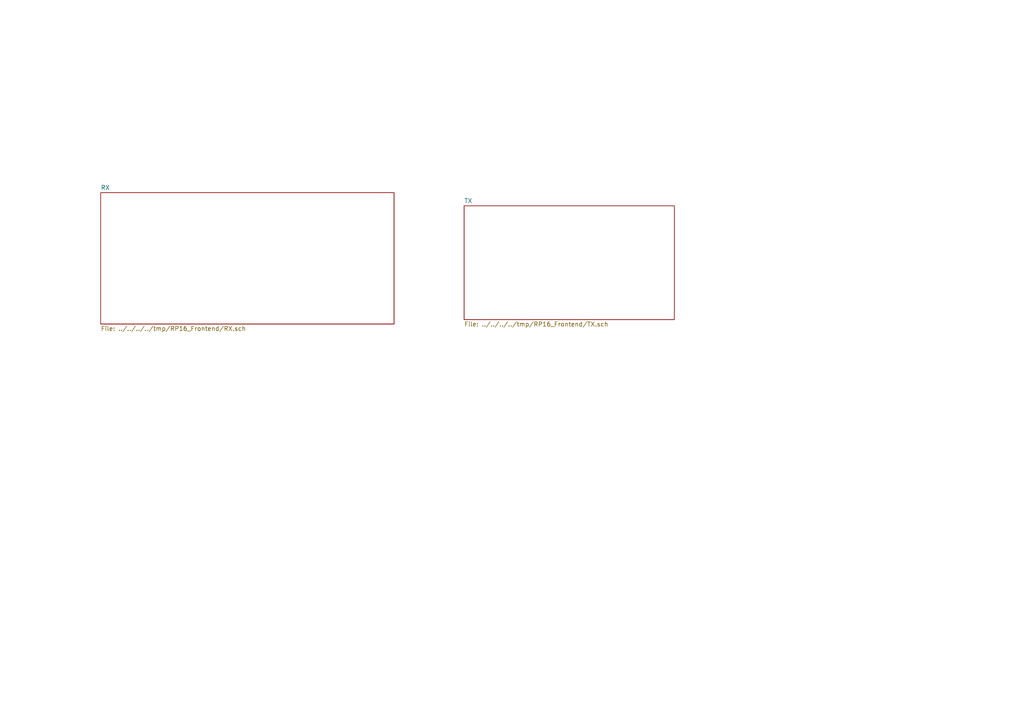
<source format=kicad_sch>
(kicad_sch (version 20230121) (generator eeschema)
  (paper "A4")
  (title_block (title "RF Frontend for Red Pitaya") (date "2 Oct.2019") (rev "1.0") (company "OpenHPSDR/KF7O") (comment 1 "mixed by DJ F6ITU"))
  (lib_symbols)
  (sheet (at 134.62 59.69) (size 60.96 33.02)
    (property "Sheetname" "TX" (at 134.62 58.9784 0) (effects (justify left bottom)))
    (property "Sheetfile" "../../../../tmp/RP16_Frontend/TX.sch" (at 134.62 93.2946 0) (effects (justify left top)))
  )
  (sheet (at 29.21 55.88) (size 85.09 38.1)
    (property "Sheetname" "RX" (at 29.21 55.1684 0) (effects (justify left bottom)))
    (property "Sheetfile" "../../../../tmp/RP16_Frontend/RX.sch" (at 29.21 94.5646 0) (effects (justify left top)))
  )
)
</source>
